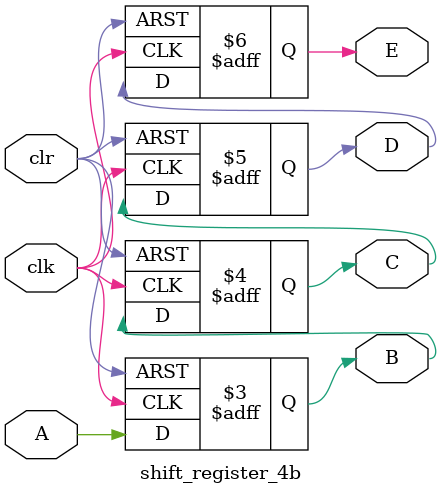
<source format=v>
module shift_register_4b(
    input clk, 
    input clr, 
    input A, 
    output reg B, 
    output reg C, 
    output reg D, 
    output reg E
);
always @(posedge clk or negedge clr)
begin 
    if (!clr) begin  // Active LOW Reset
        B <= 0;
        C <= 0;
        D <= 0;
        E <= 0;
    end
    else begin 
        E <= D;
        D <= C;
        C <= B;
        B <= A;  // New input shifts in
    end 
end
endmodule

</source>
